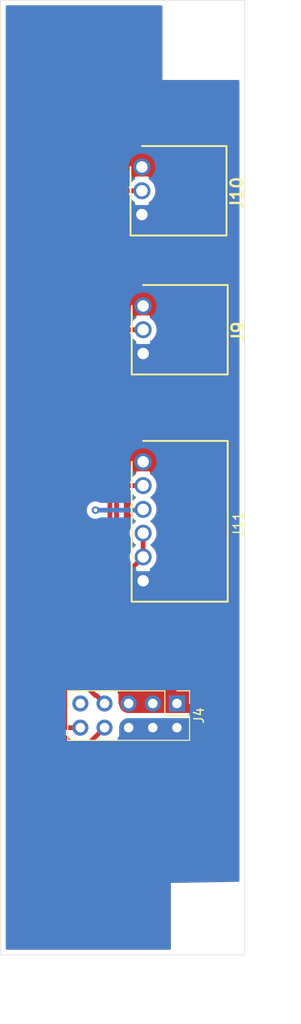
<source format=kicad_pcb>
(kicad_pcb (version 20171130) (host pcbnew "(5.1.5)-3")

  (general
    (thickness 1.6)
    (drawings 10)
    (tracks 70)
    (zones 0)
    (modules 6)
    (nets 7)
  )

  (page A4)
  (layers
    (0 F.Cu signal)
    (31 B.Cu signal)
    (32 B.Adhes user)
    (33 F.Adhes user)
    (34 B.Paste user)
    (35 F.Paste user)
    (36 B.SilkS user)
    (37 F.SilkS user)
    (38 B.Mask user)
    (39 F.Mask user)
    (40 Dwgs.User user)
    (41 Cmts.User user)
    (42 Eco1.User user)
    (43 Eco2.User user)
    (44 Edge.Cuts user)
    (45 Margin user)
    (46 B.CrtYd user)
    (47 F.CrtYd user)
    (48 B.Fab user)
    (49 F.Fab user)
  )

  (setup
    (last_trace_width 2)
    (user_trace_width 0.5)
    (user_trace_width 1)
    (user_trace_width 2)
    (trace_clearance 0.2)
    (zone_clearance 0.508)
    (zone_45_only no)
    (trace_min 0.2)
    (via_size 0.8)
    (via_drill 0.4)
    (via_min_size 0.4)
    (via_min_drill 0.3)
    (uvia_size 0.3)
    (uvia_drill 0.1)
    (uvias_allowed no)
    (uvia_min_size 0.2)
    (uvia_min_drill 0.1)
    (edge_width 0.05)
    (segment_width 0.2)
    (pcb_text_width 0.3)
    (pcb_text_size 1.5 1.5)
    (mod_edge_width 0.12)
    (mod_text_size 1 1)
    (mod_text_width 0.15)
    (pad_size 1.524 1.524)
    (pad_drill 0.762)
    (pad_to_mask_clearance 0.051)
    (solder_mask_min_width 0.25)
    (aux_axis_origin 0 0)
    (visible_elements FFFFFF7F)
    (pcbplotparams
      (layerselection 0x010fc_ffffffff)
      (usegerberextensions false)
      (usegerberattributes false)
      (usegerberadvancedattributes false)
      (creategerberjobfile false)
      (excludeedgelayer true)
      (linewidth 0.100000)
      (plotframeref false)
      (viasonmask false)
      (mode 1)
      (useauxorigin false)
      (hpglpennumber 1)
      (hpglpenspeed 20)
      (hpglpendiameter 15.000000)
      (psnegative false)
      (psa4output false)
      (plotreference true)
      (plotvalue true)
      (plotinvisibletext false)
      (padsonsilk false)
      (subtractmaskfromsilk false)
      (outputformat 1)
      (mirror false)
      (drillshape 1)
      (scaleselection 1)
      (outputdirectory ""))
  )

  (net 0 "")
  (net 1 SignalL)
  (net 2 "Net-(J4-Pad9)")
  (net 3 SignalR)
  (net 4 BrakeSignal)
  (net 5 GND)
  (net 6 +12V)

  (net_class Default "This is the default net class."
    (clearance 0.2)
    (trace_width 0.25)
    (via_dia 0.8)
    (via_drill 0.4)
    (uvia_dia 0.3)
    (uvia_drill 0.1)
    (add_net +12V)
    (add_net BrakeSignal)
    (add_net GND)
    (add_net "Net-(J4-Pad9)")
    (add_net SignalL)
    (add_net SignalR)
  )

  (module duem-footprints:MountingHole_2.7mm (layer F.Cu) (tedit 5F18B27D) (tstamp 605685CA)
    (at 74.168 36.322)
    (descr "Mounting Hole 2.7mm, no annular")
    (tags "mounting hole 2.7mm no annular")
    (path /6059AE22)
    (fp_text reference H2 (at 0 -3.7) (layer F.SilkS) hide
      (effects (font (size 1 1) (thickness 0.15)))
    )
    (fp_text value MountingHole (at 0 3.7) (layer F.Fab) hide
      (effects (font (size 1 1) (thickness 0.15)))
    )
    (fp_circle (center 0 0) (end 2.95 0) (layer F.CrtYd) (width 0.05))
    (fp_circle (center 0 0) (end 2.7 0) (layer Cmts.User) (width 0.15))
    (pad 1 np_thru_hole circle (at 0 0) (size 2.7 2.7) (drill 2.7) (layers *.Cu *.Mask))
  )

  (module duem-footprints:MountingHole_2.7mm (layer F.Cu) (tedit 5F18B27D) (tstamp 605685C3)
    (at 74.803 128.651)
    (descr "Mounting Hole 2.7mm, no annular")
    (tags "mounting hole 2.7mm no annular")
    (path /6059A4E5)
    (fp_text reference H1 (at 0 -3.7) (layer F.SilkS) hide
      (effects (font (size 1 1) (thickness 0.15)))
    )
    (fp_text value MountingHole (at 0 3.7) (layer F.Fab) hide
      (effects (font (size 1 1) (thickness 0.15)))
    )
    (fp_circle (center 0 0) (end 2.95 0) (layer F.CrtYd) (width 0.05))
    (fp_circle (center 0 0) (end 2.7 0) (layer Cmts.User) (width 0.15))
    (pad 1 np_thru_hole circle (at 0 0) (size 2.7 2.7) (drill 2.7) (layers *.Cu *.Mask))
  )

  (module duem-footprints:Phoenix_6Way_P2.5mm (layer F.Cu) (tedit 5F0C87A5) (tstamp 60568299)
    (at 67.818 80.518 270)
    (path /605B2733)
    (fp_text reference J11 (at 6.6 -10 90) (layer F.SilkS)
      (effects (font (size 1 1) (thickness 0.15)))
    )
    (fp_text value "Side Ind BS" (at 6.4 2.4 90) (layer F.Fab)
      (effects (font (size 1 1) (thickness 0.15)))
    )
    (fp_line (start 14.7 1.21) (end 14.7 -8.89) (layer F.SilkS) (width 0.2))
    (fp_line (start 14.95 -9.15) (end 14.95 1.45) (layer F.CrtYd) (width 0.05))
    (fp_line (start 14.7 -8.9) (end 14.7 1.2) (layer F.Fab) (width 0.1))
    (fp_line (start -2.45 -9.15) (end 14.95 -9.15) (layer F.CrtYd) (width 0.05))
    (fp_line (start -2.2 -8.9) (end -2.2 0) (layer F.SilkS) (width 0.2))
    (fp_line (start -2.2 1.2) (end -2.2 -8.9) (layer F.Fab) (width 0.1))
    (fp_line (start 14.95 1.45) (end -2.45 1.45) (layer F.CrtYd) (width 0.05))
    (fp_line (start 14.7 -8.9) (end -2.2 -8.9) (layer F.SilkS) (width 0.2))
    (fp_line (start 14.7 1.2) (end -2.2 1.2) (layer F.Fab) (width 0.1))
    (fp_line (start -2.45 1.45) (end -2.45 -9.15) (layer F.CrtYd) (width 0.05))
    (fp_line (start -2.2 -8.9) (end 14.7 -8.9) (layer F.Fab) (width 0.1))
    (fp_line (start 0 1.2) (end 14.7 1.21) (layer F.SilkS) (width 0.2))
    (fp_text user %R (at 6.7 -4 90) (layer F.Fab)
      (effects (font (size 1.27 1.27) (thickness 0.254)))
    )
    (pad 6 thru_hole circle (at 12.5 0 270) (size 1.8 1.8) (drill 1.2) (layers *.Cu *.Mask)
      (net 5 GND))
    (pad 1 thru_hole circle (at 0 0 270) (size 1.8 1.8) (drill 1.2) (layers *.Cu *.Mask)
      (net 6 +12V))
    (pad 3 thru_hole circle (at 5 0 270) (size 1.8 1.8) (drill 1.2) (layers *.Cu *.Mask)
      (net 3 SignalR))
    (pad 2 thru_hole circle (at 2.5 0 270) (size 1.8 1.8) (drill 1.2) (layers *.Cu *.Mask)
      (net 1 SignalL))
    (pad 4 thru_hole circle (at 7.5 0 270) (size 1.8 1.8) (drill 1.2) (layers *.Cu *.Mask)
      (net 4 BrakeSignal))
    (pad 5 thru_hole circle (at 10 0 270) (size 1.8 1.8) (drill 1.2) (layers *.Cu *.Mask)
      (net 4 BrakeSignal))
  )

  (module duem-footprints:Phoenix_3Way_P2.5mm (layer F.Cu) (tedit 5F0C8D34) (tstamp 60568282)
    (at 67.691 49.53 270)
    (descr "2.5mm Pitch 3 Way 1 Row Right Angle PCB Header")
    (tags Connector)
    (path /605B197A)
    (fp_text reference J10 (at 2.75 -10 90) (layer F.SilkS)
      (effects (font (size 1.27 1.27) (thickness 0.254)))
    )
    (fp_text value "Side Ind BS" (at 2.5 3 90) (layer F.SilkS) hide
      (effects (font (size 1.27 1.27) (thickness 0.254)))
    )
    (fp_line (start 7.45 -9.15) (end 7.45 1.45) (layer F.CrtYd) (width 0.05))
    (fp_line (start 7.2 1.2) (end 7.2 -8.9) (layer F.SilkS) (width 0.2))
    (fp_text user %R (at 3 -4.5 90) (layer F.Fab)
      (effects (font (size 1.27 1.27) (thickness 0.254)))
    )
    (fp_line (start -2.45 1.45) (end -2.45 -9.15) (layer F.CrtYd) (width 0.05))
    (fp_line (start -2.45 -9.15) (end 7.45 -9.15) (layer F.CrtYd) (width 0.05))
    (fp_line (start 7.45 1.45) (end -2.45 1.45) (layer F.CrtYd) (width 0.05))
    (fp_line (start -2.2 1.2) (end -2.2 -8.9) (layer F.Fab) (width 0.1))
    (fp_line (start -2.2 -8.9) (end 7.2 -8.9) (layer F.Fab) (width 0.1))
    (fp_line (start 7.2 -8.9) (end 7.2 1.2) (layer F.Fab) (width 0.1))
    (fp_line (start 7.2 1.2) (end -2.2 1.2) (layer F.Fab) (width 0.1))
    (fp_line (start 0 1.2) (end 7.2 1.2) (layer F.SilkS) (width 0.2))
    (fp_line (start 7.2 -8.9) (end -2.2 -8.9) (layer F.SilkS) (width 0.2))
    (fp_line (start -2.2 -8.9) (end -2.2 0) (layer F.SilkS) (width 0.2))
    (pad 1 thru_hole circle (at 0 0 270) (size 1.8 1.8) (drill 1.2) (layers *.Cu *.Mask)
      (net 6 +12V))
    (pad 2 thru_hole circle (at 2.5 0 270) (size 1.8 1.8) (drill 1.2) (layers *.Cu *.Mask)
      (net 3 SignalR))
    (pad 3 thru_hole circle (at 5 0 270) (size 1.8 1.8) (drill 1.2) (layers *.Cu *.Mask)
      (net 5 GND))
    (model E:\SamacSys_Parts.3dshapes\1881464.stp
      (at (xyz 0 0 0))
      (scale (xyz 1 1 1))
      (rotate (xyz 0 0 0))
    )
  )

  (module duem-footprints:Phoenix_3Way_P2.5mm (layer F.Cu) (tedit 5F0C8D34) (tstamp 6056876B)
    (at 67.818 64.135 270)
    (descr "2.5mm Pitch 3 Way 1 Row Right Angle PCB Header")
    (tags Connector)
    (path /605AC23A)
    (fp_text reference J9 (at 2.75 -10 90) (layer F.SilkS)
      (effects (font (size 1.27 1.27) (thickness 0.254)))
    )
    (fp_text value "Side Ind DS" (at 2.5 3 90) (layer F.SilkS) hide
      (effects (font (size 1.27 1.27) (thickness 0.254)))
    )
    (fp_line (start 7.45 -9.15) (end 7.45 1.45) (layer F.CrtYd) (width 0.05))
    (fp_line (start 7.2 1.2) (end 7.2 -8.9) (layer F.SilkS) (width 0.2))
    (fp_text user %R (at 3 -4.5 90) (layer F.Fab)
      (effects (font (size 1.27 1.27) (thickness 0.254)))
    )
    (fp_line (start -2.45 1.45) (end -2.45 -9.15) (layer F.CrtYd) (width 0.05))
    (fp_line (start -2.45 -9.15) (end 7.45 -9.15) (layer F.CrtYd) (width 0.05))
    (fp_line (start 7.45 1.45) (end -2.45 1.45) (layer F.CrtYd) (width 0.05))
    (fp_line (start -2.2 1.2) (end -2.2 -8.9) (layer F.Fab) (width 0.1))
    (fp_line (start -2.2 -8.9) (end 7.2 -8.9) (layer F.Fab) (width 0.1))
    (fp_line (start 7.2 -8.9) (end 7.2 1.2) (layer F.Fab) (width 0.1))
    (fp_line (start 7.2 1.2) (end -2.2 1.2) (layer F.Fab) (width 0.1))
    (fp_line (start 0 1.2) (end 7.2 1.2) (layer F.SilkS) (width 0.2))
    (fp_line (start 7.2 -8.9) (end -2.2 -8.9) (layer F.SilkS) (width 0.2))
    (fp_line (start -2.2 -8.9) (end -2.2 0) (layer F.SilkS) (width 0.2))
    (pad 1 thru_hole circle (at 0 0 270) (size 1.8 1.8) (drill 1.2) (layers *.Cu *.Mask)
      (net 6 +12V))
    (pad 2 thru_hole circle (at 2.5 0 270) (size 1.8 1.8) (drill 1.2) (layers *.Cu *.Mask)
      (net 1 SignalL))
    (pad 3 thru_hole circle (at 5 0 270) (size 1.8 1.8) (drill 1.2) (layers *.Cu *.Mask)
      (net 5 GND))
    (model E:\SamacSys_Parts.3dshapes\1881464.stp
      (at (xyz 0 0 0))
      (scale (xyz 1 1 1))
      (rotate (xyz 0 0 0))
    )
  )

  (module Connector_PinHeader_2.54mm:PinHeader_2x05_P2.54mm_Vertical (layer F.Cu) (tedit 59FED5CC) (tstamp 6056825A)
    (at 71.374 105.918 270)
    (descr "Through hole straight pin header, 2x05, 2.54mm pitch, double rows")
    (tags "Through hole pin header THT 2x05 2.54mm double row")
    (path /605BC58B)
    (fp_text reference J4 (at 1.27 -2.33 90) (layer F.SilkS)
      (effects (font (size 1 1) (thickness 0.15)))
    )
    (fp_text value UpperBoardHeader (at 1.27 12.49 90) (layer F.Fab)
      (effects (font (size 1 1) (thickness 0.15)))
    )
    (fp_text user %R (at 1.27 5.08) (layer F.Fab)
      (effects (font (size 1 1) (thickness 0.15)))
    )
    (fp_line (start 4.35 -1.8) (end -1.8 -1.8) (layer F.CrtYd) (width 0.05))
    (fp_line (start 4.35 11.95) (end 4.35 -1.8) (layer F.CrtYd) (width 0.05))
    (fp_line (start -1.8 11.95) (end 4.35 11.95) (layer F.CrtYd) (width 0.05))
    (fp_line (start -1.8 -1.8) (end -1.8 11.95) (layer F.CrtYd) (width 0.05))
    (fp_line (start -1.33 -1.33) (end 0 -1.33) (layer F.SilkS) (width 0.12))
    (fp_line (start -1.33 0) (end -1.33 -1.33) (layer F.SilkS) (width 0.12))
    (fp_line (start 1.27 -1.33) (end 3.87 -1.33) (layer F.SilkS) (width 0.12))
    (fp_line (start 1.27 1.27) (end 1.27 -1.33) (layer F.SilkS) (width 0.12))
    (fp_line (start -1.33 1.27) (end 1.27 1.27) (layer F.SilkS) (width 0.12))
    (fp_line (start 3.87 -1.33) (end 3.87 11.49) (layer F.SilkS) (width 0.12))
    (fp_line (start -1.33 1.27) (end -1.33 11.49) (layer F.SilkS) (width 0.12))
    (fp_line (start -1.33 11.49) (end 3.87 11.49) (layer F.SilkS) (width 0.12))
    (fp_line (start -1.27 0) (end 0 -1.27) (layer F.Fab) (width 0.1))
    (fp_line (start -1.27 11.43) (end -1.27 0) (layer F.Fab) (width 0.1))
    (fp_line (start 3.81 11.43) (end -1.27 11.43) (layer F.Fab) (width 0.1))
    (fp_line (start 3.81 -1.27) (end 3.81 11.43) (layer F.Fab) (width 0.1))
    (fp_line (start 0 -1.27) (end 3.81 -1.27) (layer F.Fab) (width 0.1))
    (pad 10 thru_hole oval (at 2.54 10.16 270) (size 1.7 1.7) (drill 1) (layers *.Cu *.Mask)
      (net 1 SignalL))
    (pad 9 thru_hole oval (at 0 10.16 270) (size 1.7 1.7) (drill 1) (layers *.Cu *.Mask)
      (net 2 "Net-(J4-Pad9)"))
    (pad 8 thru_hole oval (at 2.54 7.62 270) (size 1.7 1.7) (drill 1) (layers *.Cu *.Mask)
      (net 3 SignalR))
    (pad 7 thru_hole oval (at 0 7.62 270) (size 1.7 1.7) (drill 1) (layers *.Cu *.Mask)
      (net 4 BrakeSignal))
    (pad 6 thru_hole oval (at 2.54 5.08 270) (size 1.7 1.7) (drill 1) (layers *.Cu *.Mask)
      (net 5 GND))
    (pad 5 thru_hole oval (at 0 5.08 270) (size 1.7 1.7) (drill 1) (layers *.Cu *.Mask)
      (net 6 +12V))
    (pad 4 thru_hole oval (at 2.54 2.54 270) (size 1.7 1.7) (drill 1) (layers *.Cu *.Mask)
      (net 5 GND))
    (pad 3 thru_hole oval (at 0 2.54 270) (size 1.7 1.7) (drill 1) (layers *.Cu *.Mask)
      (net 6 +12V))
    (pad 2 thru_hole oval (at 2.54 0 270) (size 1.7 1.7) (drill 1) (layers *.Cu *.Mask)
      (net 5 GND))
    (pad 1 thru_hole rect (at 0 0 270) (size 1.7 1.7) (drill 1) (layers *.Cu *.Mask)
      (net 6 +12V))
    (model ${KISYS3DMOD}/Connector_PinHeader_2.54mm.3dshapes/PinHeader_2x05_P2.54mm_Vertical.wrl
      (at (xyz 0 0 0))
      (scale (xyz 1 1 1))
      (rotate (xyz 0 0 0))
    )
  )

  (dimension 10.668 (width 0.15) (layer Dwgs.User)
    (gr_text "10.668 mm" (at 73.152 140.238) (layer Dwgs.User)
      (effects (font (size 1 1) (thickness 0.15)))
    )
    (feature1 (pts (xy 78.486 89.154) (xy 78.486 139.524421)))
    (feature2 (pts (xy 67.818 89.154) (xy 67.818 139.524421)))
    (crossbar (pts (xy 67.818 138.938) (xy 78.486 138.938)))
    (arrow1a (pts (xy 78.486 138.938) (xy 77.359496 139.524421)))
    (arrow1b (pts (xy 78.486 138.938) (xy 77.359496 138.351579)))
    (arrow2a (pts (xy 67.818 138.938) (xy 68.944504 139.524421)))
    (arrow2b (pts (xy 67.818 138.938) (xy 68.944504 138.351579)))
  )
  (gr_line (start 78.486 32.004) (end 78.486 60.706) (layer Edge.Cuts) (width 0.05) (tstamp 60568436))
  (gr_line (start 52.832 32.004) (end 78.486 32.004) (layer Edge.Cuts) (width 0.05))
  (gr_line (start 52.832 132.334) (end 52.832 32.004) (layer Edge.Cuts) (width 0.05))
  (dimension 8.382 (width 0.15) (layer Dwgs.User)
    (gr_text "8.382 mm" (at 57.023 136.428) (layer Dwgs.User)
      (effects (font (size 1 1) (thickness 0.15)))
    )
    (feature1 (pts (xy 61.214 132.334) (xy 61.214 135.714421)))
    (feature2 (pts (xy 52.832 132.334) (xy 52.832 135.714421)))
    (crossbar (pts (xy 52.832 135.128) (xy 61.214 135.128)))
    (arrow1a (pts (xy 61.214 135.128) (xy 60.087496 135.714421)))
    (arrow1b (pts (xy 61.214 135.128) (xy 60.087496 134.541579)))
    (arrow2a (pts (xy 52.832 135.128) (xy 53.958504 135.714421)))
    (arrow2b (pts (xy 52.832 135.128) (xy 53.958504 134.541579)))
  )
  (gr_line (start 78.486 132.334) (end 52.832 132.334) (layer Edge.Cuts) (width 0.05))
  (gr_line (start 78.486 108.712) (end 78.486 132.334) (layer Edge.Cuts) (width 0.05))
  (gr_line (start 78.486 108.712) (end 78.486 60.706) (layer Edge.Cuts) (width 0.05))
  (dimension 23.622 (width 0.15) (layer Dwgs.User)
    (gr_text "23.622 mm" (at 83.088 120.523 270) (layer Dwgs.User)
      (effects (font (size 1 1) (thickness 0.15)) hide)
    )
    (feature1 (pts (xy 61.214 132.334) (xy 82.374421 132.334)))
    (feature2 (pts (xy 61.214 108.712) (xy 82.374421 108.712)))
    (crossbar (pts (xy 81.788 108.712) (xy 81.788 132.334)))
    (arrow1a (pts (xy 81.788 132.334) (xy 81.201579 131.207496)))
    (arrow1b (pts (xy 81.788 132.334) (xy 82.374421 131.207496)))
    (arrow2a (pts (xy 81.788 108.712) (xy 81.201579 109.838504)))
    (arrow2b (pts (xy 81.788 108.712) (xy 82.374421 109.838504)))
  )
  (dimension 17.272 (width 0.15) (layer Dwgs.User)
    (gr_text "17.272 mm" (at 69.85 136.428) (layer Dwgs.User) (tstamp 6056842D)
      (effects (font (size 1 1) (thickness 0.15)) hide)
    )
    (feature1 (pts (xy 78.486 108.712) (xy 78.486 135.714421)))
    (feature2 (pts (xy 61.214 108.712) (xy 61.214 135.714421)))
    (crossbar (pts (xy 61.214 135.128) (xy 78.486 135.128)))
    (arrow1a (pts (xy 78.486 135.128) (xy 77.359496 135.714421)))
    (arrow1b (pts (xy 78.486 135.128) (xy 77.359496 134.541579)))
    (arrow2a (pts (xy 61.214 135.128) (xy 62.340504 135.714421)))
    (arrow2b (pts (xy 61.214 135.128) (xy 62.340504 134.541579)))
  )

  (segment (start 65.064 83.018) (end 65.024 83.058) (width 0.5) (layer F.Cu) (net 1))
  (segment (start 67.818 83.018) (end 65.064 83.018) (width 0.5) (layer F.Cu) (net 1))
  (segment (start 59.563 99.314) (end 59.563 108.458) (width 0.5) (layer F.Cu) (net 1))
  (segment (start 59.563 108.458) (end 61.214 108.458) (width 0.5) (layer F.Cu) (net 1))
  (segment (start 65.024 83.058) (end 65.024 93.853) (width 0.5) (layer F.Cu) (net 1))
  (segment (start 65.024 93.853) (end 59.563 99.314) (width 0.5) (layer F.Cu) (net 1))
  (segment (start 66.334 66.635) (end 67.818 66.635) (width 0.5) (layer F.Cu) (net 1))
  (segment (start 65.024 83.058) (end 65.024 67.945) (width 0.5) (layer F.Cu) (net 1))
  (segment (start 65.024 67.945) (end 66.334 66.635) (width 0.5) (layer F.Cu) (net 1))
  (segment (start 63.754 108.458) (end 61.976 110.236) (width 0.5) (layer F.Cu) (net 3))
  (segment (start 60.351037 110.236) (end 58.86299 108.747953) (width 0.5) (layer F.Cu) (net 3))
  (segment (start 61.976 110.236) (end 60.351037 110.236) (width 0.5) (layer F.Cu) (net 3))
  (segment (start 58.86299 99.024047) (end 64.32399 93.563047) (width 0.5) (layer F.Cu) (net 3))
  (segment (start 58.86299 108.747953) (end 58.86299 99.024047) (width 0.5) (layer F.Cu) (net 3))
  (segment (start 65.572 52.03) (end 67.691 52.03) (width 0.5) (layer F.Cu) (net 3))
  (segment (start 64.32399 53.27801) (end 65.572 52.03) (width 0.5) (layer F.Cu) (net 3))
  (segment (start 64.262 85.598) (end 62.738 85.598) (width 0.5) (layer F.Cu) (net 3))
  (segment (start 64.32399 85.66301) (end 64.32399 53.27801) (width 0.5) (layer F.Cu) (net 3))
  (segment (start 64.32399 93.563047) (end 64.32399 85.66301) (width 0.5) (layer F.Cu) (net 3))
  (segment (start 62.79999 85.66301) (end 62.79999 85.66301) (width 0.5) (layer F.Cu) (net 3) (tstamp 60568889))
  (via (at 62.79999 85.598) (size 0.8) (drill 0.4) (layers F.Cu B.Cu) (net 3))
  (segment (start 67.67299 85.66301) (end 67.818 85.518) (width 0.5) (layer B.Cu) (net 3))
  (segment (start 62.79999 85.598) (end 67.67299 85.598) (width 0.5) (layer B.Cu) (net 3))
  (segment (start 67.818 90.518) (end 67.818 88.018) (width 0.5) (layer F.Cu) (net 4))
  (segment (start 65.786 94.107) (end 65.786 92.55) (width 0.5) (layer F.Cu) (net 4))
  (segment (start 65.786 92.55) (end 67.818 90.518) (width 0.5) (layer F.Cu) (net 4))
  (segment (start 60.26301 99.62999) (end 65.786 94.107) (width 0.5) (layer F.Cu) (net 4))
  (segment (start 60.26301 102.42701) (end 60.26301 99.62999) (width 0.5) (layer F.Cu) (net 4))
  (segment (start 62.904001 105.068001) (end 62.777001 105.068001) (width 0.5) (layer F.Cu) (net 4))
  (segment (start 63.754 105.918) (end 62.904001 105.068001) (width 0.5) (layer F.Cu) (net 4))
  (segment (start 62.777001 105.068001) (end 60.325 102.616) (width 0.5) (layer F.Cu) (net 4))
  (segment (start 60.325 102.616) (end 60.325 102.489) (width 0.5) (layer F.Cu) (net 4))
  (segment (start 60.325 102.489) (end 60.26301 102.42701) (width 0.5) (layer F.Cu) (net 4))
  (segment (start 66.294 108.458) (end 73.533 108.458) (width 2) (layer B.Cu) (net 5))
  (segment (start 73.533 108.458) (end 73.406 108.458) (width 1) (layer B.Cu) (net 5))
  (segment (start 66.294 108.458) (end 66.294 109.982) (width 2) (layer B.Cu) (net 5))
  (segment (start 68.834 108.458) (end 68.834 109.728) (width 2) (layer B.Cu) (net 5))
  (segment (start 71.374 108.458) (end 71.374 109.660081) (width 2) (layer B.Cu) (net 5))
  (segment (start 69.523 93.018) (end 67.818 93.018) (width 2) (layer B.Cu) (net 5))
  (segment (start 67.818 93.018) (end 67.818 94.869) (width 2) (layer B.Cu) (net 5))
  (segment (start 67.818 93.018) (end 66.113 93.018) (width 2) (layer B.Cu) (net 5))
  (segment (start 69.77 69.135) (end 67.818 69.135) (width 2) (layer B.Cu) (net 5))
  (segment (start 66.545208 69.135) (end 66.338208 69.342) (width 2) (layer B.Cu) (net 5))
  (segment (start 67.818 69.135) (end 66.545208 69.135) (width 2) (layer B.Cu) (net 5))
  (segment (start 67.818 69.135) (end 67.818 70.407792) (width 2) (layer B.Cu) (net 5))
  (segment (start 67.945 70.534792) (end 67.818 70.407792) (width 2) (layer B.Cu) (net 5))
  (segment (start 70.024 54.53) (end 67.691 54.53) (width 2) (layer B.Cu) (net 5))
  (segment (start 67.691 54.53) (end 66.418208 54.53) (width 2) (layer B.Cu) (net 5))
  (segment (start 66.338208 54.61) (end 66.418208 54.53) (width 2) (layer B.Cu) (net 5))
  (segment (start 67.691 54.53) (end 67.691 55.802792) (width 2) (layer B.Cu) (net 5))
  (segment (start 67.818 55.929792) (end 67.691 55.802792) (width 2) (layer B.Cu) (net 5))
  (segment (start 67.818 79.245208) (end 67.818 80.518) (width 2) (layer F.Cu) (net 6))
  (segment (start 69.090792 80.518) (end 67.818 80.518) (width 2) (layer F.Cu) (net 6))
  (segment (start 67.818 80.518) (end 66.802 80.518) (width 2) (layer F.Cu) (net 6))
  (segment (start 66.294 105.918) (end 73.533 105.918) (width 2) (layer F.Cu) (net 6))
  (segment (start 73.533 105.918) (end 73.533 104.394) (width 2) (layer F.Cu) (net 6))
  (segment (start 73.533 104.394) (end 73.152 104.013) (width 2) (layer F.Cu) (net 6))
  (segment (start 73.152 104.013) (end 66.213072 104.013) (width 2) (layer F.Cu) (net 6))
  (segment (start 66.22401 104.023938) (end 66.213072 104.013) (width 2) (layer F.Cu) (net 6))
  (segment (start 66.294 105.918) (end 66.294 105.283) (width 2) (layer F.Cu) (net 6))
  (segment (start 66.294 105.791) (end 66.22401 105.72101) (width 2) (layer F.Cu) (net 6))
  (segment (start 66.294 105.918) (end 66.294 105.791) (width 2) (layer F.Cu) (net 6))
  (segment (start 66.22401 105.72101) (end 66.22401 104.902) (width 2) (layer F.Cu) (net 6))
  (segment (start 67.691 49.53) (end 68.963792 49.53) (width 2) (layer F.Cu) (net 6))
  (segment (start 69.090792 49.403) (end 68.963792 49.53) (width 2) (layer F.Cu) (net 6))
  (segment (start 67.691 49.53) (end 67.691 47.752) (width 2) (layer F.Cu) (net 6))
  (segment (start 67.691 49.53) (end 66.421 49.53) (width 2) (layer F.Cu) (net 6))
  (segment (start 69.85 64.135) (end 67.818 64.135) (width 2) (layer F.Cu) (net 6))
  (segment (start 67.818 64.135) (end 67.818 62.738) (width 2) (layer F.Cu) (net 6))
  (segment (start 67.818 64.135) (end 66.545208 64.135) (width 2) (layer F.Cu) (net 6))

  (zone (net 0) (net_name "") (layers F&B.Cu) (tstamp 0) (hatch edge 0.508)
    (connect_pads (clearance 0.508))
    (min_thickness 0.254)
    (keepout (tracks not_allowed) (vias not_allowed) (copperpour not_allowed))
    (fill (arc_segments 32) (thermal_gap 0.508) (thermal_bridge_width 0.508))
    (polygon
      (pts
        (xy 78.486 132.207) (xy 70.739 132.334) (xy 70.739 124.7775) (xy 78.486 124.6505)
      )
    )
  )
  (zone (net 0) (net_name "") (layers F&B.Cu) (tstamp 0) (hatch edge 0.508)
    (connect_pads (clearance 0.508))
    (min_thickness 0.254)
    (keepout (tracks not_allowed) (vias not_allowed) (copperpour not_allowed))
    (fill (arc_segments 32) (thermal_gap 0.508) (thermal_bridge_width 0.508))
    (polygon
      (pts
        (xy 78.486 40.386) (xy 69.85 40.386) (xy 69.85 32.004) (xy 78.486 32.004)
      )
    )
  )
  (zone (net 5) (net_name GND) (layer B.Cu) (tstamp 0) (hatch edge 0.508)
    (connect_pads (clearance 0.508))
    (min_thickness 0.254)
    (fill yes (arc_segments 32) (thermal_gap 0.508) (thermal_bridge_width 0.508))
    (polygon
      (pts
        (xy 78.486 132.334) (xy 52.832 132.207) (xy 52.832 32.004) (xy 78.486 32.004)
      )
    )
    (filled_polygon
      (pts
        (xy 69.723 40.386) (xy 69.72544 40.410776) (xy 69.732667 40.434601) (xy 69.744403 40.456557) (xy 69.760197 40.475803)
        (xy 69.779443 40.491597) (xy 69.801399 40.503333) (xy 69.825224 40.51056) (xy 69.85 40.513) (xy 77.826 40.513)
        (xy 77.826001 60.673581) (xy 77.826 108.679581) (xy 77.826 108.679582) (xy 77.826001 124.534303) (xy 70.736918 124.650517)
        (xy 70.714224 124.65294) (xy 70.690399 124.660167) (xy 70.668443 124.671903) (xy 70.649197 124.687697) (xy 70.633403 124.706943)
        (xy 70.621667 124.728899) (xy 70.61444 124.752724) (xy 70.612 124.7775) (xy 70.612 131.674) (xy 53.492 131.674)
        (xy 53.492 104.521) (xy 59.563 104.521) (xy 59.563 109.728) (xy 59.56544 109.752776) (xy 59.572667 109.776601)
        (xy 59.584403 109.798557) (xy 59.600197 109.817803) (xy 59.619443 109.833597) (xy 59.641399 109.845333) (xy 59.665224 109.85256)
        (xy 59.69 109.855) (xy 60.706165 109.855) (xy 60.780842 109.885932) (xy 61.06774 109.943) (xy 61.36026 109.943)
        (xy 61.647158 109.885932) (xy 61.721835 109.855) (xy 63.246165 109.855) (xy 63.320842 109.885932) (xy 63.60774 109.943)
        (xy 63.90026 109.943) (xy 64.187158 109.885932) (xy 64.261835 109.855) (xy 65.151 109.855) (xy 65.175776 109.85256)
        (xy 65.199601 109.845333) (xy 65.221557 109.833597) (xy 65.240803 109.817803) (xy 65.256597 109.798557) (xy 65.268333 109.776601)
        (xy 65.27556 109.752776) (xy 65.278 109.728) (xy 65.278 109.538136) (xy 65.293731 109.555588) (xy 65.52708 109.729641)
        (xy 65.789901 109.854825) (xy 65.93711 109.899476) (xy 66.167 109.778155) (xy 66.167 108.585) (xy 66.421 108.585)
        (xy 66.421 109.778155) (xy 66.65089 109.899476) (xy 66.798099 109.854825) (xy 67.06092 109.729641) (xy 67.294269 109.555588)
        (xy 67.489178 109.339355) (xy 67.564 109.213745) (xy 67.638822 109.339355) (xy 67.833731 109.555588) (xy 68.06708 109.729641)
        (xy 68.329901 109.854825) (xy 68.47711 109.899476) (xy 68.707 109.778155) (xy 68.707 108.585) (xy 68.961 108.585)
        (xy 68.961 109.778155) (xy 69.19089 109.899476) (xy 69.338099 109.854825) (xy 69.60092 109.729641) (xy 69.834269 109.555588)
        (xy 70.029178 109.339355) (xy 70.104 109.213745) (xy 70.178822 109.339355) (xy 70.373731 109.555588) (xy 70.60708 109.729641)
        (xy 70.869901 109.854825) (xy 71.01711 109.899476) (xy 71.247 109.778155) (xy 71.247 108.585) (xy 71.501 108.585)
        (xy 71.501 109.778155) (xy 71.73089 109.899476) (xy 71.878099 109.854825) (xy 72.14092 109.729641) (xy 72.374269 109.555588)
        (xy 72.569178 109.339355) (xy 72.718157 109.089252) (xy 72.815481 108.814891) (xy 72.694814 108.585) (xy 71.501 108.585)
        (xy 71.247 108.585) (xy 68.961 108.585) (xy 68.707 108.585) (xy 66.421 108.585) (xy 66.167 108.585)
        (xy 66.147 108.585) (xy 66.147 108.331) (xy 66.167 108.331) (xy 66.167 108.311) (xy 66.421 108.311)
        (xy 66.421 108.331) (xy 68.707 108.331) (xy 68.707 108.311) (xy 68.961 108.311) (xy 68.961 108.331)
        (xy 71.247 108.331) (xy 71.247 108.311) (xy 71.501 108.311) (xy 71.501 108.331) (xy 72.694814 108.331)
        (xy 72.815481 108.101109) (xy 72.718157 107.826748) (xy 72.569178 107.576645) (xy 72.561662 107.568306) (xy 72.642924 107.568995)
        (xy 72.668776 107.56656) (xy 72.692601 107.559333) (xy 72.714557 107.547597) (xy 72.733803 107.531803) (xy 72.749597 107.512557)
        (xy 72.761333 107.490601) (xy 72.76856 107.466776) (xy 72.771 107.442) (xy 72.771 107.091694) (xy 72.813502 107.01218)
        (xy 72.849812 106.892482) (xy 72.862072 106.768) (xy 72.862072 105.068) (xy 72.849812 104.943518) (xy 72.813502 104.82382)
        (xy 72.771 104.744306) (xy 72.771 104.521) (xy 72.76856 104.496224) (xy 72.761333 104.472399) (xy 72.749597 104.450443)
        (xy 72.733803 104.431197) (xy 72.714557 104.415403) (xy 72.692601 104.403667) (xy 72.668776 104.39644) (xy 72.644 104.394)
        (xy 59.69 104.394) (xy 59.665224 104.39644) (xy 59.641399 104.403667) (xy 59.619443 104.415403) (xy 59.600197 104.431197)
        (xy 59.584403 104.450443) (xy 59.572667 104.472399) (xy 59.56544 104.496224) (xy 59.563 104.521) (xy 53.492 104.521)
        (xy 53.492 94.08208) (xy 66.933525 94.08208) (xy 67.017208 94.336261) (xy 67.289775 94.467158) (xy 67.582642 94.542365)
        (xy 67.884553 94.558991) (xy 68.183907 94.516397) (xy 68.469199 94.416222) (xy 68.618792 94.336261) (xy 68.702475 94.08208)
        (xy 67.818 93.197605) (xy 66.933525 94.08208) (xy 53.492 94.08208) (xy 53.492 93.084553) (xy 66.277009 93.084553)
        (xy 66.319603 93.383907) (xy 66.419778 93.669199) (xy 66.499739 93.818792) (xy 66.75392 93.902475) (xy 67.638395 93.018)
        (xy 67.997605 93.018) (xy 68.88208 93.902475) (xy 69.136261 93.818792) (xy 69.267158 93.546225) (xy 69.342365 93.253358)
        (xy 69.358991 92.951447) (xy 69.316397 92.652093) (xy 69.216222 92.366801) (xy 69.136261 92.217208) (xy 68.88208 92.133525)
        (xy 67.997605 93.018) (xy 67.638395 93.018) (xy 66.75392 92.133525) (xy 66.499739 92.217208) (xy 66.368842 92.489775)
        (xy 66.293635 92.782642) (xy 66.277009 93.084553) (xy 53.492 93.084553) (xy 53.492 85.496061) (xy 61.76499 85.496061)
        (xy 61.76499 85.699939) (xy 61.804764 85.899898) (xy 61.882785 86.088256) (xy 61.996053 86.257774) (xy 62.140216 86.401937)
        (xy 62.309734 86.515205) (xy 62.498092 86.593226) (xy 62.698051 86.633) (xy 62.901929 86.633) (xy 63.101888 86.593226)
        (xy 63.290246 86.515205) (xy 63.338444 86.483) (xy 66.616664 86.483) (xy 66.625688 86.496505) (xy 66.839495 86.710312)
        (xy 66.925831 86.768) (xy 66.839495 86.825688) (xy 66.625688 87.039495) (xy 66.457701 87.290905) (xy 66.341989 87.570257)
        (xy 66.283 87.866816) (xy 66.283 88.169184) (xy 66.341989 88.465743) (xy 66.457701 88.745095) (xy 66.625688 88.996505)
        (xy 66.839495 89.210312) (xy 66.925831 89.268) (xy 66.839495 89.325688) (xy 66.625688 89.539495) (xy 66.457701 89.790905)
        (xy 66.341989 90.070257) (xy 66.283 90.366816) (xy 66.283 90.669184) (xy 66.341989 90.965743) (xy 66.457701 91.245095)
        (xy 66.625688 91.496505) (xy 66.839495 91.710312) (xy 66.98231 91.805738) (xy 66.933525 91.95392) (xy 67.818 92.838395)
        (xy 68.702475 91.95392) (xy 68.65369 91.805738) (xy 68.796505 91.710312) (xy 69.010312 91.496505) (xy 69.178299 91.245095)
        (xy 69.294011 90.965743) (xy 69.353 90.669184) (xy 69.353 90.366816) (xy 69.294011 90.070257) (xy 69.178299 89.790905)
        (xy 69.010312 89.539495) (xy 68.796505 89.325688) (xy 68.710169 89.268) (xy 68.796505 89.210312) (xy 69.010312 88.996505)
        (xy 69.178299 88.745095) (xy 69.294011 88.465743) (xy 69.353 88.169184) (xy 69.353 87.866816) (xy 69.294011 87.570257)
        (xy 69.178299 87.290905) (xy 69.010312 87.039495) (xy 68.796505 86.825688) (xy 68.710169 86.768) (xy 68.796505 86.710312)
        (xy 69.010312 86.496505) (xy 69.178299 86.245095) (xy 69.294011 85.965743) (xy 69.353 85.669184) (xy 69.353 85.366816)
        (xy 69.294011 85.070257) (xy 69.178299 84.790905) (xy 69.010312 84.539495) (xy 68.796505 84.325688) (xy 68.710169 84.268)
        (xy 68.796505 84.210312) (xy 69.010312 83.996505) (xy 69.178299 83.745095) (xy 69.294011 83.465743) (xy 69.353 83.169184)
        (xy 69.353 82.866816) (xy 69.294011 82.570257) (xy 69.178299 82.290905) (xy 69.010312 82.039495) (xy 68.796505 81.825688)
        (xy 68.710169 81.768) (xy 68.796505 81.710312) (xy 69.010312 81.496505) (xy 69.178299 81.245095) (xy 69.294011 80.965743)
        (xy 69.353 80.669184) (xy 69.353 80.366816) (xy 69.294011 80.070257) (xy 69.178299 79.790905) (xy 69.010312 79.539495)
        (xy 68.796505 79.325688) (xy 68.545095 79.157701) (xy 68.265743 79.041989) (xy 67.969184 78.983) (xy 67.666816 78.983)
        (xy 67.370257 79.041989) (xy 67.090905 79.157701) (xy 66.839495 79.325688) (xy 66.625688 79.539495) (xy 66.457701 79.790905)
        (xy 66.341989 80.070257) (xy 66.283 80.366816) (xy 66.283 80.669184) (xy 66.341989 80.965743) (xy 66.457701 81.245095)
        (xy 66.625688 81.496505) (xy 66.839495 81.710312) (xy 66.925831 81.768) (xy 66.839495 81.825688) (xy 66.625688 82.039495)
        (xy 66.457701 82.290905) (xy 66.341989 82.570257) (xy 66.283 82.866816) (xy 66.283 83.169184) (xy 66.341989 83.465743)
        (xy 66.457701 83.745095) (xy 66.625688 83.996505) (xy 66.839495 84.210312) (xy 66.925831 84.268) (xy 66.839495 84.325688)
        (xy 66.625688 84.539495) (xy 66.509756 84.713) (xy 63.338444 84.713) (xy 63.290246 84.680795) (xy 63.101888 84.602774)
        (xy 62.901929 84.563) (xy 62.698051 84.563) (xy 62.498092 84.602774) (xy 62.309734 84.680795) (xy 62.140216 84.794063)
        (xy 61.996053 84.938226) (xy 61.882785 85.107744) (xy 61.804764 85.296102) (xy 61.76499 85.496061) (xy 53.492 85.496061)
        (xy 53.492 70.19908) (xy 66.933525 70.19908) (xy 67.017208 70.453261) (xy 67.289775 70.584158) (xy 67.582642 70.659365)
        (xy 67.884553 70.675991) (xy 68.183907 70.633397) (xy 68.469199 70.533222) (xy 68.618792 70.453261) (xy 68.702475 70.19908)
        (xy 67.818 69.314605) (xy 66.933525 70.19908) (xy 53.492 70.19908) (xy 53.492 69.201553) (xy 66.277009 69.201553)
        (xy 66.319603 69.500907) (xy 66.419778 69.786199) (xy 66.499739 69.935792) (xy 66.75392 70.019475) (xy 67.638395 69.135)
        (xy 67.997605 69.135) (xy 68.88208 70.019475) (xy 69.136261 69.935792) (xy 69.267158 69.663225) (xy 69.342365 69.370358)
        (xy 69.358991 69.068447) (xy 69.316397 68.769093) (xy 69.216222 68.483801) (xy 69.136261 68.334208) (xy 68.88208 68.250525)
        (xy 67.997605 69.135) (xy 67.638395 69.135) (xy 66.75392 68.250525) (xy 66.499739 68.334208) (xy 66.368842 68.606775)
        (xy 66.293635 68.899642) (xy 66.277009 69.201553) (xy 53.492 69.201553) (xy 53.492 63.983816) (xy 66.283 63.983816)
        (xy 66.283 64.286184) (xy 66.341989 64.582743) (xy 66.457701 64.862095) (xy 66.625688 65.113505) (xy 66.839495 65.327312)
        (xy 66.925831 65.385) (xy 66.839495 65.442688) (xy 66.625688 65.656495) (xy 66.457701 65.907905) (xy 66.341989 66.187257)
        (xy 66.283 66.483816) (xy 66.283 66.786184) (xy 66.341989 67.082743) (xy 66.457701 67.362095) (xy 66.625688 67.613505)
        (xy 66.839495 67.827312) (xy 66.98231 67.922738) (xy 66.933525 68.07092) (xy 67.818 68.955395) (xy 68.702475 68.07092)
        (xy 68.65369 67.922738) (xy 68.796505 67.827312) (xy 69.010312 67.613505) (xy 69.178299 67.362095) (xy 69.294011 67.082743)
        (xy 69.353 66.786184) (xy 69.353 66.483816) (xy 69.294011 66.187257) (xy 69.178299 65.907905) (xy 69.010312 65.656495)
        (xy 68.796505 65.442688) (xy 68.710169 65.385) (xy 68.796505 65.327312) (xy 69.010312 65.113505) (xy 69.178299 64.862095)
        (xy 69.294011 64.582743) (xy 69.353 64.286184) (xy 69.353 63.983816) (xy 69.294011 63.687257) (xy 69.178299 63.407905)
        (xy 69.010312 63.156495) (xy 68.796505 62.942688) (xy 68.545095 62.774701) (xy 68.265743 62.658989) (xy 67.969184 62.6)
        (xy 67.666816 62.6) (xy 67.370257 62.658989) (xy 67.090905 62.774701) (xy 66.839495 62.942688) (xy 66.625688 63.156495)
        (xy 66.457701 63.407905) (xy 66.341989 63.687257) (xy 66.283 63.983816) (xy 53.492 63.983816) (xy 53.492 55.59408)
        (xy 66.806525 55.59408) (xy 66.890208 55.848261) (xy 67.162775 55.979158) (xy 67.455642 56.054365) (xy 67.757553 56.070991)
        (xy 68.056907 56.028397) (xy 68.342199 55.928222) (xy 68.491792 55.848261) (xy 68.575475 55.59408) (xy 67.691 54.709605)
        (xy 66.806525 55.59408) (xy 53.492 55.59408) (xy 53.492 54.596553) (xy 66.150009 54.596553) (xy 66.192603 54.895907)
        (xy 66.292778 55.181199) (xy 66.372739 55.330792) (xy 66.62692 55.414475) (xy 67.511395 54.53) (xy 67.870605 54.53)
        (xy 68.75508 55.414475) (xy 69.009261 55.330792) (xy 69.140158 55.058225) (xy 69.215365 54.765358) (xy 69.231991 54.463447)
        (xy 69.189397 54.164093) (xy 69.089222 53.878801) (xy 69.009261 53.729208) (xy 68.75508 53.645525) (xy 67.870605 54.53)
        (xy 67.511395 54.53) (xy 66.62692 53.645525) (xy 66.372739 53.729208) (xy 66.241842 54.001775) (xy 66.166635 54.294642)
        (xy 66.150009 54.596553) (xy 53.492 54.596553) (xy 53.492 49.378816) (xy 66.156 49.378816) (xy 66.156 49.681184)
        (xy 66.214989 49.977743) (xy 66.330701 50.257095) (xy 66.498688 50.508505) (xy 66.712495 50.722312) (xy 66.798831 50.78)
        (xy 66.712495 50.837688) (xy 66.498688 51.051495) (xy 66.330701 51.302905) (xy 66.214989 51.582257) (xy 66.156 51.878816)
        (xy 66.156 52.181184) (xy 66.214989 52.477743) (xy 66.330701 52.757095) (xy 66.498688 53.008505) (xy 66.712495 53.222312)
        (xy 66.85531 53.317738) (xy 66.806525 53.46592) (xy 67.691 54.350395) (xy 68.575475 53.46592) (xy 68.52669 53.317738)
        (xy 68.669505 53.222312) (xy 68.883312 53.008505) (xy 69.051299 52.757095) (xy 69.167011 52.477743) (xy 69.226 52.181184)
        (xy 69.226 51.878816) (xy 69.167011 51.582257) (xy 69.051299 51.302905) (xy 68.883312 51.051495) (xy 68.669505 50.837688)
        (xy 68.583169 50.78) (xy 68.669505 50.722312) (xy 68.883312 50.508505) (xy 69.051299 50.257095) (xy 69.167011 49.977743)
        (xy 69.226 49.681184) (xy 69.226 49.378816) (xy 69.167011 49.082257) (xy 69.051299 48.802905) (xy 68.883312 48.551495)
        (xy 68.669505 48.337688) (xy 68.418095 48.169701) (xy 68.138743 48.053989) (xy 67.842184 47.995) (xy 67.539816 47.995)
        (xy 67.243257 48.053989) (xy 66.963905 48.169701) (xy 66.712495 48.337688) (xy 66.498688 48.551495) (xy 66.330701 48.802905)
        (xy 66.214989 49.082257) (xy 66.156 49.378816) (xy 53.492 49.378816) (xy 53.492 32.664) (xy 69.723 32.664)
      )
    )
  )
  (zone (net 0) (net_name "") (layers F&B.Cu) (tstamp 0) (hatch edge 0.508)
    (connect_pads (clearance 0.508))
    (min_thickness 0.254)
    (keepout (tracks not_allowed) (vias not_allowed) (copperpour not_allowed))
    (fill (arc_segments 32) (thermal_gap 0.508) (thermal_bridge_width 0.508))
    (polygon
      (pts
        (xy 65.151 109.728) (xy 59.69 109.728) (xy 59.69 104.521) (xy 65.151 104.521)
      )
    )
  )
  (zone (net 0) (net_name "") (layer B.Cu) (tstamp 0) (hatch edge 0.508)
    (connect_pads (clearance 0.508))
    (min_thickness 0.254)
    (keepout (tracks not_allowed) (vias not_allowed) (copperpour not_allowed))
    (fill (arc_segments 32) (thermal_gap 0.508) (thermal_bridge_width 0.508))
    (polygon
      (pts
        (xy 72.644 107.442) (xy 65.151 107.3785) (xy 65.151 104.521) (xy 72.644 104.521)
      )
    )
  )
  (zone (net 0) (net_name "") (layer F.Cu) (tstamp 0) (hatch edge 0.508)
    (connect_pads (clearance 0.508))
    (min_thickness 0.254)
    (keepout (tracks not_allowed) (vias not_allowed) (copperpour not_allowed))
    (fill (arc_segments 32) (thermal_gap 0.508) (thermal_bridge_width 0.508))
    (polygon
      (pts
        (xy 72.771 109.855) (xy 65.151 109.855) (xy 65.151 107.315) (xy 72.771 107.315)
      )
    )
  )
  (zone (net 6) (net_name +12V) (layer F.Cu) (tstamp 0) (hatch edge 0.508)
    (connect_pads (clearance 0.508))
    (min_thickness 0.254)
    (fill yes (arc_segments 32) (thermal_gap 0.508) (thermal_bridge_width 0.508))
    (polygon
      (pts
        (xy 78.486 132.334) (xy 52.832 132.334) (xy 52.832 32.004) (xy 78.486 32.004)
      )
    )
    (filled_polygon
      (pts
        (xy 69.723 40.386) (xy 69.72544 40.410776) (xy 69.732667 40.434601) (xy 69.744403 40.456557) (xy 69.760197 40.475803)
        (xy 69.779443 40.491597) (xy 69.801399 40.503333) (xy 69.825224 40.51056) (xy 69.85 40.513) (xy 77.826 40.513)
        (xy 77.826001 60.673581) (xy 77.826 108.679581) (xy 77.826 108.679582) (xy 77.826001 124.534303) (xy 70.736918 124.650517)
        (xy 70.714224 124.65294) (xy 70.690399 124.660167) (xy 70.668443 124.671903) (xy 70.649197 124.687697) (xy 70.633403 124.706943)
        (xy 70.621667 124.728899) (xy 70.61444 124.752724) (xy 70.612 124.7775) (xy 70.612 131.674) (xy 53.492 131.674)
        (xy 53.492 99.024047) (xy 57.973709 99.024047) (xy 57.977991 99.067526) (xy 57.97799 108.704484) (xy 57.973709 108.747953)
        (xy 57.97799 108.791422) (xy 57.97799 108.791429) (xy 57.990795 108.921442) (xy 58.041401 109.088265) (xy 58.123579 109.242011)
        (xy 58.234173 109.37677) (xy 58.267946 109.404487) (xy 59.694507 110.831049) (xy 59.72222 110.864817) (xy 59.755988 110.89253)
        (xy 59.75599 110.892532) (xy 59.827489 110.95121) (xy 59.856978 110.975411) (xy 60.010724 111.057589) (xy 60.177547 111.108195)
        (xy 60.30756 111.121) (xy 60.30757 111.121) (xy 60.351036 111.125281) (xy 60.394502 111.121) (xy 61.932531 111.121)
        (xy 61.976 111.125281) (xy 62.019469 111.121) (xy 62.019477 111.121) (xy 62.14949 111.108195) (xy 62.316313 111.057589)
        (xy 62.470059 110.975411) (xy 62.604817 110.864817) (xy 62.632534 110.831044) (xy 63.53504 109.928539) (xy 63.60774 109.943)
        (xy 63.90026 109.943) (xy 64.187158 109.885932) (xy 64.261835 109.855) (xy 65.024 109.855) (xy 65.02644 109.879776)
        (xy 65.033667 109.903601) (xy 65.045403 109.925557) (xy 65.061197 109.944803) (xy 65.080443 109.960597) (xy 65.102399 109.972333)
        (xy 65.126224 109.97956) (xy 65.151 109.982) (xy 72.771 109.982) (xy 72.795776 109.97956) (xy 72.819601 109.972333)
        (xy 72.841557 109.960597) (xy 72.860803 109.944803) (xy 72.876597 109.925557) (xy 72.888333 109.903601) (xy 72.89556 109.879776)
        (xy 72.898 109.855) (xy 72.898 107.315) (xy 72.89556 107.290224) (xy 72.888333 107.266399) (xy 72.876597 107.244443)
        (xy 72.860803 107.225197) (xy 72.841557 107.209403) (xy 72.819601 107.197667) (xy 72.795776 107.19044) (xy 72.771 107.188)
        (xy 72.700778 107.188) (xy 72.754537 107.122494) (xy 72.813502 107.01218) (xy 72.849812 106.892482) (xy 72.862072 106.768)
        (xy 72.859 106.20375) (xy 72.70025 106.045) (xy 71.501 106.045) (xy 71.501 106.065) (xy 71.247 106.065)
        (xy 71.247 106.045) (xy 68.961 106.045) (xy 68.961 106.065) (xy 68.707 106.065) (xy 68.707 106.045)
        (xy 66.421 106.045) (xy 66.421 106.065) (xy 66.167 106.065) (xy 66.167 106.045) (xy 66.147 106.045)
        (xy 66.147 105.791) (xy 66.167 105.791) (xy 66.167 104.597845) (xy 66.421 104.597845) (xy 66.421 105.791)
        (xy 68.707 105.791) (xy 68.707 104.597845) (xy 68.961 104.597845) (xy 68.961 105.791) (xy 71.247 105.791)
        (xy 71.247 104.59175) (xy 71.501 104.59175) (xy 71.501 105.791) (xy 72.70025 105.791) (xy 72.859 105.63225)
        (xy 72.862072 105.068) (xy 72.849812 104.943518) (xy 72.813502 104.82382) (xy 72.754537 104.713506) (xy 72.675185 104.616815)
        (xy 72.578494 104.537463) (xy 72.46818 104.478498) (xy 72.348482 104.442188) (xy 72.224 104.429928) (xy 71.65975 104.433)
        (xy 71.501 104.59175) (xy 71.247 104.59175) (xy 71.08825 104.433) (xy 70.524 104.429928) (xy 70.399518 104.442188)
        (xy 70.27982 104.478498) (xy 70.169506 104.537463) (xy 70.072815 104.616815) (xy 69.993463 104.713506) (xy 69.934498 104.82382)
        (xy 69.910034 104.904466) (xy 69.834269 104.820412) (xy 69.60092 104.646359) (xy 69.338099 104.521175) (xy 69.19089 104.476524)
        (xy 68.961 104.597845) (xy 68.707 104.597845) (xy 68.47711 104.476524) (xy 68.329901 104.521175) (xy 68.06708 104.646359)
        (xy 67.833731 104.820412) (xy 67.638822 105.036645) (xy 67.564 105.162255) (xy 67.489178 105.036645) (xy 67.294269 104.820412)
        (xy 67.06092 104.646359) (xy 66.798099 104.521175) (xy 66.65089 104.476524) (xy 66.421 104.597845) (xy 66.167 104.597845)
        (xy 65.93711 104.476524) (xy 65.789901 104.521175) (xy 65.52708 104.646359) (xy 65.293731 104.820412) (xy 65.278 104.837864)
        (xy 65.278 104.521) (xy 65.27556 104.496224) (xy 65.268333 104.472399) (xy 65.256597 104.450443) (xy 65.240803 104.431197)
        (xy 65.221557 104.415403) (xy 65.199601 104.403667) (xy 65.175776 104.39644) (xy 65.151 104.394) (xy 63.477762 104.394)
        (xy 63.39806 104.32859) (xy 63.244314 104.246412) (xy 63.190739 104.23016) (xy 61.162841 102.202263) (xy 61.14801 102.153372)
        (xy 61.14801 99.996568) (xy 66.381051 94.763528) (xy 66.414817 94.735817) (xy 66.525411 94.601059) (xy 66.607589 94.447313)
        (xy 66.658195 94.28049) (xy 66.671 94.150477) (xy 66.671 94.150467) (xy 66.675281 94.107001) (xy 66.671 94.063535)
        (xy 66.671 94.041817) (xy 66.839495 94.210312) (xy 67.090905 94.378299) (xy 67.370257 94.494011) (xy 67.666816 94.553)
        (xy 67.969184 94.553) (xy 68.265743 94.494011) (xy 68.545095 94.378299) (xy 68.796505 94.210312) (xy 69.010312 93.996505)
        (xy 69.178299 93.745095) (xy 69.294011 93.465743) (xy 69.353 93.169184) (xy 69.353 92.866816) (xy 69.294011 92.570257)
        (xy 69.178299 92.290905) (xy 69.010312 92.039495) (xy 68.796505 91.825688) (xy 68.710169 91.768) (xy 68.796505 91.710312)
        (xy 69.010312 91.496505) (xy 69.178299 91.245095) (xy 69.294011 90.965743) (xy 69.353 90.669184) (xy 69.353 90.366816)
        (xy 69.294011 90.070257) (xy 69.178299 89.790905) (xy 69.010312 89.539495) (xy 68.796505 89.325688) (xy 68.710169 89.268)
        (xy 68.796505 89.210312) (xy 69.010312 88.996505) (xy 69.178299 88.745095) (xy 69.294011 88.465743) (xy 69.353 88.169184)
        (xy 69.353 87.866816) (xy 69.294011 87.570257) (xy 69.178299 87.290905) (xy 69.010312 87.039495) (xy 68.796505 86.825688)
        (xy 68.710169 86.768) (xy 68.796505 86.710312) (xy 69.010312 86.496505) (xy 69.178299 86.245095) (xy 69.294011 85.965743)
        (xy 69.353 85.669184) (xy 69.353 85.366816) (xy 69.294011 85.070257) (xy 69.178299 84.790905) (xy 69.010312 84.539495)
        (xy 68.796505 84.325688) (xy 68.710169 84.268) (xy 68.796505 84.210312) (xy 69.010312 83.996505) (xy 69.178299 83.745095)
        (xy 69.294011 83.465743) (xy 69.353 83.169184) (xy 69.353 82.866816) (xy 69.294011 82.570257) (xy 69.178299 82.290905)
        (xy 69.010312 82.039495) (xy 68.796505 81.825688) (xy 68.65369 81.730262) (xy 68.702475 81.58208) (xy 67.818 80.697605)
        (xy 66.933525 81.58208) (xy 66.98231 81.730262) (xy 66.839495 81.825688) (xy 66.625688 82.039495) (xy 66.56321 82.133)
        (xy 65.909 82.133) (xy 65.909 80.584553) (xy 66.277009 80.584553) (xy 66.319603 80.883907) (xy 66.419778 81.169199)
        (xy 66.499739 81.318792) (xy 66.75392 81.402475) (xy 67.638395 80.518) (xy 67.997605 80.518) (xy 68.88208 81.402475)
        (xy 69.136261 81.318792) (xy 69.267158 81.046225) (xy 69.342365 80.753358) (xy 69.358991 80.451447) (xy 69.316397 80.152093)
        (xy 69.216222 79.866801) (xy 69.136261 79.717208) (xy 68.88208 79.633525) (xy 67.997605 80.518) (xy 67.638395 80.518)
        (xy 66.75392 79.633525) (xy 66.499739 79.717208) (xy 66.368842 79.989775) (xy 66.293635 80.282642) (xy 66.277009 80.584553)
        (xy 65.909 80.584553) (xy 65.909 79.45392) (xy 66.933525 79.45392) (xy 67.818 80.338395) (xy 68.702475 79.45392)
        (xy 68.618792 79.199739) (xy 68.346225 79.068842) (xy 68.053358 78.993635) (xy 67.751447 78.977009) (xy 67.452093 79.019603)
        (xy 67.166801 79.119778) (xy 67.017208 79.199739) (xy 66.933525 79.45392) (xy 65.909 79.45392) (xy 65.909 68.311578)
        (xy 66.618232 67.602347) (xy 66.625688 67.613505) (xy 66.839495 67.827312) (xy 66.925831 67.885) (xy 66.839495 67.942688)
        (xy 66.625688 68.156495) (xy 66.457701 68.407905) (xy 66.341989 68.687257) (xy 66.283 68.983816) (xy 66.283 69.286184)
        (xy 66.341989 69.582743) (xy 66.457701 69.862095) (xy 66.625688 70.113505) (xy 66.839495 70.327312) (xy 67.090905 70.495299)
        (xy 67.370257 70.611011) (xy 67.666816 70.67) (xy 67.969184 70.67) (xy 68.265743 70.611011) (xy 68.545095 70.495299)
        (xy 68.796505 70.327312) (xy 69.010312 70.113505) (xy 69.178299 69.862095) (xy 69.294011 69.582743) (xy 69.353 69.286184)
        (xy 69.353 68.983816) (xy 69.294011 68.687257) (xy 69.178299 68.407905) (xy 69.010312 68.156495) (xy 68.796505 67.942688)
        (xy 68.710169 67.885) (xy 68.796505 67.827312) (xy 69.010312 67.613505) (xy 69.178299 67.362095) (xy 69.294011 67.082743)
        (xy 69.353 66.786184) (xy 69.353 66.483816) (xy 69.294011 66.187257) (xy 69.178299 65.907905) (xy 69.010312 65.656495)
        (xy 68.796505 65.442688) (xy 68.65369 65.347262) (xy 68.702475 65.19908) (xy 67.818 64.314605) (xy 66.933525 65.19908)
        (xy 66.98231 65.347262) (xy 66.839495 65.442688) (xy 66.625688 65.656495) (xy 66.56321 65.75) (xy 66.377469 65.75)
        (xy 66.334 65.745719) (xy 66.290531 65.75) (xy 66.290523 65.75) (xy 66.16051 65.762805) (xy 65.993687 65.813411)
        (xy 65.839941 65.895589) (xy 65.738953 65.978468) (xy 65.738951 65.97847) (xy 65.705183 66.006183) (xy 65.67747 66.039951)
        (xy 65.20899 66.508431) (xy 65.20899 64.201553) (xy 66.277009 64.201553) (xy 66.319603 64.500907) (xy 66.419778 64.786199)
        (xy 66.499739 64.935792) (xy 66.75392 65.019475) (xy 67.638395 64.135) (xy 67.997605 64.135) (xy 68.88208 65.019475)
        (xy 69.136261 64.935792) (xy 69.267158 64.663225) (xy 69.342365 64.370358) (xy 69.358991 64.068447) (xy 69.316397 63.769093)
        (xy 69.216222 63.483801) (xy 69.136261 63.334208) (xy 68.88208 63.250525) (xy 67.997605 64.135) (xy 67.638395 64.135)
        (xy 66.75392 63.250525) (xy 66.499739 63.334208) (xy 66.368842 63.606775) (xy 66.293635 63.899642) (xy 66.277009 64.201553)
        (xy 65.20899 64.201553) (xy 65.20899 63.07092) (xy 66.933525 63.07092) (xy 67.818 63.955395) (xy 68.702475 63.07092)
        (xy 68.618792 62.816739) (xy 68.346225 62.685842) (xy 68.053358 62.610635) (xy 67.751447 62.594009) (xy 67.452093 62.636603)
        (xy 67.166801 62.736778) (xy 67.017208 62.816739) (xy 66.933525 63.07092) (xy 65.20899 63.07092) (xy 65.20899 53.644588)
        (xy 65.938579 52.915) (xy 66.43621 52.915) (xy 66.498688 53.008505) (xy 66.712495 53.222312) (xy 66.798831 53.28)
        (xy 66.712495 53.337688) (xy 66.498688 53.551495) (xy 66.330701 53.802905) (xy 66.214989 54.082257) (xy 66.156 54.378816)
        (xy 66.156 54.681184) (xy 66.214989 54.977743) (xy 66.330701 55.257095) (xy 66.498688 55.508505) (xy 66.712495 55.722312)
        (xy 66.963905 55.890299) (xy 67.243257 56.006011) (xy 67.539816 56.065) (xy 67.842184 56.065) (xy 68.138743 56.006011)
        (xy 68.418095 55.890299) (xy 68.669505 55.722312) (xy 68.883312 55.508505) (xy 69.051299 55.257095) (xy 69.167011 54.977743)
        (xy 69.226 54.681184) (xy 69.226 54.378816) (xy 69.167011 54.082257) (xy 69.051299 53.802905) (xy 68.883312 53.551495)
        (xy 68.669505 53.337688) (xy 68.583169 53.28) (xy 68.669505 53.222312) (xy 68.883312 53.008505) (xy 69.051299 52.757095)
        (xy 69.167011 52.477743) (xy 69.226 52.181184) (xy 69.226 51.878816) (xy 69.167011 51.582257) (xy 69.051299 51.302905)
        (xy 68.883312 51.051495) (xy 68.669505 50.837688) (xy 68.52669 50.742262) (xy 68.575475 50.59408) (xy 67.691 49.709605)
        (xy 66.806525 50.59408) (xy 66.85531 50.742262) (xy 66.712495 50.837688) (xy 66.498688 51.051495) (xy 66.43621 51.145)
        (xy 65.615469 51.145) (xy 65.572 51.140719) (xy 65.528531 51.145) (xy 65.528523 51.145) (xy 65.39851 51.157805)
        (xy 65.231686 51.208411) (xy 65.077941 51.290589) (xy 64.976953 51.373468) (xy 64.976951 51.37347) (xy 64.943183 51.401183)
        (xy 64.91547 51.434951) (xy 63.728941 52.621481) (xy 63.695174 52.649193) (xy 63.667461 52.682961) (xy 63.667458 52.682964)
        (xy 63.58458 52.783951) (xy 63.502402 52.937697) (xy 63.451795 53.10452) (xy 63.434709 53.27801) (xy 63.438991 53.321489)
        (xy 63.43899 84.713) (xy 63.338444 84.713) (xy 63.290246 84.680795) (xy 63.101888 84.602774) (xy 62.901929 84.563)
        (xy 62.698051 84.563) (xy 62.498092 84.602774) (xy 62.309734 84.680795) (xy 62.140216 84.794063) (xy 61.996053 84.938226)
        (xy 61.882785 85.107744) (xy 61.804764 85.296102) (xy 61.76499 85.496061) (xy 61.76499 85.699939) (xy 61.804764 85.899898)
        (xy 61.882785 86.088256) (xy 61.996053 86.257774) (xy 62.140216 86.401937) (xy 62.309734 86.515205) (xy 62.498092 86.593226)
        (xy 62.698051 86.633) (xy 62.901929 86.633) (xy 63.101888 86.593226) (xy 63.290246 86.515205) (xy 63.338444 86.483)
        (xy 63.438991 86.483) (xy 63.43899 93.196468) (xy 58.267942 98.367517) (xy 58.234174 98.39523) (xy 58.206461 98.428998)
        (xy 58.206458 98.429001) (xy 58.12358 98.529988) (xy 58.041402 98.683734) (xy 57.990795 98.850557) (xy 57.973709 99.024047)
        (xy 53.492 99.024047) (xy 53.492 49.596553) (xy 66.150009 49.596553) (xy 66.192603 49.895907) (xy 66.292778 50.181199)
        (xy 66.372739 50.330792) (xy 66.62692 50.414475) (xy 67.511395 49.53) (xy 67.870605 49.53) (xy 68.75508 50.414475)
        (xy 69.009261 50.330792) (xy 69.140158 50.058225) (xy 69.215365 49.765358) (xy 69.231991 49.463447) (xy 69.189397 49.164093)
        (xy 69.089222 48.878801) (xy 69.009261 48.729208) (xy 68.75508 48.645525) (xy 67.870605 49.53) (xy 67.511395 49.53)
        (xy 66.62692 48.645525) (xy 66.372739 48.729208) (xy 66.241842 49.001775) (xy 66.166635 49.294642) (xy 66.150009 49.596553)
        (xy 53.492 49.596553) (xy 53.492 48.46592) (xy 66.806525 48.46592) (xy 67.691 49.350395) (xy 68.575475 48.46592)
        (xy 68.491792 48.211739) (xy 68.219225 48.080842) (xy 67.926358 48.005635) (xy 67.624447 47.989009) (xy 67.325093 48.031603)
        (xy 67.039801 48.131778) (xy 66.890208 48.211739) (xy 66.806525 48.46592) (xy 53.492 48.46592) (xy 53.492 32.664)
        (xy 69.723 32.664)
      )
    )
  )
  (zone (net 0) (net_name "") (layer F.Cu) (tstamp 0) (hatch edge 0.508)
    (connect_pads (clearance 0.508))
    (min_thickness 0.254)
    (fill yes (arc_segments 32) (thermal_gap 0.508) (thermal_bridge_width 0.508))
    (polygon
      (pts
        (xy 66.675 90.932) (xy 65.151 92.075) (xy 65.151 83.439) (xy 66.675 83.439)
      )
    )
    (filled_polygon
      (pts
        (xy 66.548 84.655763) (xy 66.457701 84.790905) (xy 66.341989 85.070257) (xy 66.283 85.366816) (xy 66.283 85.669184)
        (xy 66.341989 85.965743) (xy 66.457701 86.245095) (xy 66.548 86.380237) (xy 66.548 87.155763) (xy 66.457701 87.290905)
        (xy 66.341989 87.570257) (xy 66.283 87.866816) (xy 66.283 88.169184) (xy 66.341989 88.465743) (xy 66.457701 88.745095)
        (xy 66.548 88.880237) (xy 66.548 89.655763) (xy 66.457701 89.790905) (xy 66.341989 90.070257) (xy 66.283 90.366816)
        (xy 66.283 90.669184) (xy 66.30494 90.779482) (xy 65.909 91.175422) (xy 65.909 83.903) (xy 66.548 83.903)
      )
    )
  )
)

</source>
